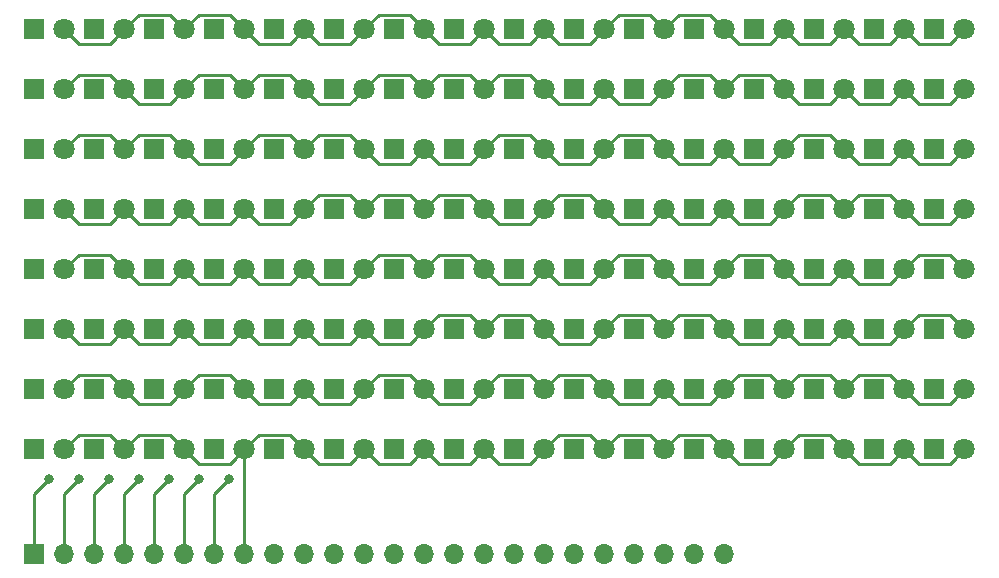
<source format=gbr>
G04 #@! TF.GenerationSoftware,KiCad,Pcbnew,5.0.2-bee76a0~70~ubuntu16.04.1*
G04 #@! TF.CreationDate,2019-11-21T15:25:57-08:00*
G04 #@! TF.ProjectId,led-panel,6c65642d-7061-46e6-956c-2e6b69636164,rev?*
G04 #@! TF.SameCoordinates,Original*
G04 #@! TF.FileFunction,Copper,L2,Bot*
G04 #@! TF.FilePolarity,Positive*
%FSLAX46Y46*%
G04 Gerber Fmt 4.6, Leading zero omitted, Abs format (unit mm)*
G04 Created by KiCad (PCBNEW 5.0.2-bee76a0~70~ubuntu16.04.1) date Thu 21 Nov 2019 03:25:57 PM PST*
%MOMM*%
%LPD*%
G01*
G04 APERTURE LIST*
G04 #@! TA.AperFunction,ComponentPad*
%ADD10R,1.800000X1.800000*%
G04 #@! TD*
G04 #@! TA.AperFunction,ComponentPad*
%ADD11C,1.800000*%
G04 #@! TD*
G04 #@! TA.AperFunction,ComponentPad*
%ADD12R,1.700000X1.700000*%
G04 #@! TD*
G04 #@! TA.AperFunction,ComponentPad*
%ADD13O,1.700000X1.700000*%
G04 #@! TD*
G04 #@! TA.AperFunction,ViaPad*
%ADD14C,0.800000*%
G04 #@! TD*
G04 #@! TA.AperFunction,Conductor*
%ADD15C,0.250000*%
G04 #@! TD*
G04 APERTURE END LIST*
D10*
G04 #@! TO.P,D39,1*
G04 #@! TO.N,Net-(D32-Pad1)*
X127000000Y-99060000D03*
D11*
G04 #@! TO.P,D39,2*
G04 #@! TO.N,Net-(D103-Pad2)*
X129540000Y-99060000D03*
G04 #@! TD*
G04 #@! TO.P,D0,2*
G04 #@! TO.N,Net-(D0-Pad2)*
X109220000Y-63500000D03*
D10*
G04 #@! TO.P,D0,1*
G04 #@! TO.N,Net-(D0-Pad1)*
X106680000Y-63500000D03*
G04 #@! TD*
G04 #@! TO.P,D1,1*
G04 #@! TO.N,Net-(D0-Pad1)*
X106680000Y-68580000D03*
D11*
G04 #@! TO.P,D1,2*
G04 #@! TO.N,Net-(D1-Pad2)*
X109220000Y-68580000D03*
G04 #@! TD*
D10*
G04 #@! TO.P,D2,1*
G04 #@! TO.N,Net-(D0-Pad1)*
X106680000Y-73660000D03*
D11*
G04 #@! TO.P,D2,2*
G04 #@! TO.N,Net-(D10-Pad2)*
X109220000Y-73660000D03*
G04 #@! TD*
D10*
G04 #@! TO.P,D3,1*
G04 #@! TO.N,Net-(D0-Pad1)*
X106680000Y-78740000D03*
D11*
G04 #@! TO.P,D3,2*
G04 #@! TO.N,Net-(D107-Pad2)*
X109220000Y-78740000D03*
G04 #@! TD*
G04 #@! TO.P,D4,2*
G04 #@! TO.N,Net-(D100-Pad2)*
X109220000Y-83820000D03*
D10*
G04 #@! TO.P,D4,1*
G04 #@! TO.N,Net-(D0-Pad1)*
X106680000Y-83820000D03*
G04 #@! TD*
G04 #@! TO.P,D5,1*
G04 #@! TO.N,Net-(D0-Pad1)*
X106680000Y-88900000D03*
D11*
G04 #@! TO.P,D5,2*
G04 #@! TO.N,Net-(D101-Pad2)*
X109220000Y-88900000D03*
G04 #@! TD*
D10*
G04 #@! TO.P,D6,1*
G04 #@! TO.N,Net-(D0-Pad1)*
X106680000Y-93980000D03*
D11*
G04 #@! TO.P,D6,2*
G04 #@! TO.N,Net-(D102-Pad2)*
X109220000Y-93980000D03*
G04 #@! TD*
D10*
G04 #@! TO.P,D7,1*
G04 #@! TO.N,Net-(D0-Pad1)*
X106680000Y-99060000D03*
D11*
G04 #@! TO.P,D7,2*
G04 #@! TO.N,Net-(D103-Pad2)*
X109220000Y-99060000D03*
G04 #@! TD*
D10*
G04 #@! TO.P,D8,1*
G04 #@! TO.N,Net-(D10-Pad1)*
X111760000Y-63500000D03*
D11*
G04 #@! TO.P,D8,2*
G04 #@! TO.N,Net-(D0-Pad2)*
X114300000Y-63500000D03*
G04 #@! TD*
G04 #@! TO.P,D9,2*
G04 #@! TO.N,Net-(D1-Pad2)*
X114300000Y-68580000D03*
D10*
G04 #@! TO.P,D9,1*
G04 #@! TO.N,Net-(D10-Pad1)*
X111760000Y-68580000D03*
G04 #@! TD*
D11*
G04 #@! TO.P,D10,2*
G04 #@! TO.N,Net-(D10-Pad2)*
X114300000Y-73660000D03*
D10*
G04 #@! TO.P,D10,1*
G04 #@! TO.N,Net-(D10-Pad1)*
X111760000Y-73660000D03*
G04 #@! TD*
D11*
G04 #@! TO.P,D11,2*
G04 #@! TO.N,Net-(D107-Pad2)*
X114300000Y-78740000D03*
D10*
G04 #@! TO.P,D11,1*
G04 #@! TO.N,Net-(D10-Pad1)*
X111760000Y-78740000D03*
G04 #@! TD*
G04 #@! TO.P,D12,1*
G04 #@! TO.N,Net-(D10-Pad1)*
X111760000Y-83820000D03*
D11*
G04 #@! TO.P,D12,2*
G04 #@! TO.N,Net-(D100-Pad2)*
X114300000Y-83820000D03*
G04 #@! TD*
G04 #@! TO.P,D13,2*
G04 #@! TO.N,Net-(D101-Pad2)*
X114300000Y-88900000D03*
D10*
G04 #@! TO.P,D13,1*
G04 #@! TO.N,Net-(D10-Pad1)*
X111760000Y-88900000D03*
G04 #@! TD*
D11*
G04 #@! TO.P,D14,2*
G04 #@! TO.N,Net-(D102-Pad2)*
X114300000Y-93980000D03*
D10*
G04 #@! TO.P,D14,1*
G04 #@! TO.N,Net-(D10-Pad1)*
X111760000Y-93980000D03*
G04 #@! TD*
D11*
G04 #@! TO.P,D15,2*
G04 #@! TO.N,Net-(D103-Pad2)*
X114300000Y-99060000D03*
D10*
G04 #@! TO.P,D15,1*
G04 #@! TO.N,Net-(D10-Pad1)*
X111760000Y-99060000D03*
G04 #@! TD*
G04 #@! TO.P,D16,1*
G04 #@! TO.N,Net-(D16-Pad1)*
X116840000Y-63500000D03*
D11*
G04 #@! TO.P,D16,2*
G04 #@! TO.N,Net-(D0-Pad2)*
X119380000Y-63500000D03*
G04 #@! TD*
D10*
G04 #@! TO.P,D17,1*
G04 #@! TO.N,Net-(D16-Pad1)*
X116840000Y-68580000D03*
D11*
G04 #@! TO.P,D17,2*
G04 #@! TO.N,Net-(D1-Pad2)*
X119380000Y-68580000D03*
G04 #@! TD*
D10*
G04 #@! TO.P,D18,1*
G04 #@! TO.N,Net-(D16-Pad1)*
X116840000Y-73660000D03*
D11*
G04 #@! TO.P,D18,2*
G04 #@! TO.N,Net-(D10-Pad2)*
X119380000Y-73660000D03*
G04 #@! TD*
D10*
G04 #@! TO.P,D19,1*
G04 #@! TO.N,Net-(D16-Pad1)*
X116840000Y-78740000D03*
D11*
G04 #@! TO.P,D19,2*
G04 #@! TO.N,Net-(D107-Pad2)*
X119380000Y-78740000D03*
G04 #@! TD*
D10*
G04 #@! TO.P,D20,1*
G04 #@! TO.N,Net-(D16-Pad1)*
X116840000Y-83820000D03*
D11*
G04 #@! TO.P,D20,2*
G04 #@! TO.N,Net-(D100-Pad2)*
X119380000Y-83820000D03*
G04 #@! TD*
D10*
G04 #@! TO.P,D21,1*
G04 #@! TO.N,Net-(D16-Pad1)*
X116840000Y-88900000D03*
D11*
G04 #@! TO.P,D21,2*
G04 #@! TO.N,Net-(D101-Pad2)*
X119380000Y-88900000D03*
G04 #@! TD*
D10*
G04 #@! TO.P,D22,1*
G04 #@! TO.N,Net-(D16-Pad1)*
X116840000Y-93980000D03*
D11*
G04 #@! TO.P,D22,2*
G04 #@! TO.N,Net-(D102-Pad2)*
X119380000Y-93980000D03*
G04 #@! TD*
D10*
G04 #@! TO.P,D23,1*
G04 #@! TO.N,Net-(D16-Pad1)*
X116840000Y-99060000D03*
D11*
G04 #@! TO.P,D23,2*
G04 #@! TO.N,Net-(D103-Pad2)*
X119380000Y-99060000D03*
G04 #@! TD*
G04 #@! TO.P,D24,2*
G04 #@! TO.N,Net-(D0-Pad2)*
X124460000Y-63500000D03*
D10*
G04 #@! TO.P,D24,1*
G04 #@! TO.N,Net-(D24-Pad1)*
X121920000Y-63500000D03*
G04 #@! TD*
D11*
G04 #@! TO.P,D25,2*
G04 #@! TO.N,Net-(D1-Pad2)*
X124460000Y-68580000D03*
D10*
G04 #@! TO.P,D25,1*
G04 #@! TO.N,Net-(D24-Pad1)*
X121920000Y-68580000D03*
G04 #@! TD*
D11*
G04 #@! TO.P,D26,2*
G04 #@! TO.N,Net-(D10-Pad2)*
X124460000Y-73660000D03*
D10*
G04 #@! TO.P,D26,1*
G04 #@! TO.N,Net-(D24-Pad1)*
X121920000Y-73660000D03*
G04 #@! TD*
D11*
G04 #@! TO.P,D27,2*
G04 #@! TO.N,Net-(D107-Pad2)*
X124460000Y-78740000D03*
D10*
G04 #@! TO.P,D27,1*
G04 #@! TO.N,Net-(D24-Pad1)*
X121920000Y-78740000D03*
G04 #@! TD*
D11*
G04 #@! TO.P,D28,2*
G04 #@! TO.N,Net-(D100-Pad2)*
X124460000Y-83820000D03*
D10*
G04 #@! TO.P,D28,1*
G04 #@! TO.N,Net-(D24-Pad1)*
X121920000Y-83820000D03*
G04 #@! TD*
D11*
G04 #@! TO.P,D29,2*
G04 #@! TO.N,Net-(D101-Pad2)*
X124460000Y-88900000D03*
D10*
G04 #@! TO.P,D29,1*
G04 #@! TO.N,Net-(D24-Pad1)*
X121920000Y-88900000D03*
G04 #@! TD*
D11*
G04 #@! TO.P,D30,2*
G04 #@! TO.N,Net-(D102-Pad2)*
X124460000Y-93980000D03*
D10*
G04 #@! TO.P,D30,1*
G04 #@! TO.N,Net-(D24-Pad1)*
X121920000Y-93980000D03*
G04 #@! TD*
G04 #@! TO.P,D31,1*
G04 #@! TO.N,Net-(D24-Pad1)*
X121920000Y-99060000D03*
D11*
G04 #@! TO.P,D31,2*
G04 #@! TO.N,Net-(D103-Pad2)*
X124460000Y-99060000D03*
G04 #@! TD*
D10*
G04 #@! TO.P,D32,1*
G04 #@! TO.N,Net-(D32-Pad1)*
X127000000Y-63500000D03*
D11*
G04 #@! TO.P,D32,2*
G04 #@! TO.N,Net-(D0-Pad2)*
X129540000Y-63500000D03*
G04 #@! TD*
D10*
G04 #@! TO.P,D33,1*
G04 #@! TO.N,Net-(D32-Pad1)*
X127000000Y-68580000D03*
D11*
G04 #@! TO.P,D33,2*
G04 #@! TO.N,Net-(D1-Pad2)*
X129540000Y-68580000D03*
G04 #@! TD*
D10*
G04 #@! TO.P,D34,1*
G04 #@! TO.N,Net-(D32-Pad1)*
X127000000Y-73660000D03*
D11*
G04 #@! TO.P,D34,2*
G04 #@! TO.N,Net-(D10-Pad2)*
X129540000Y-73660000D03*
G04 #@! TD*
D10*
G04 #@! TO.P,D35,1*
G04 #@! TO.N,Net-(D32-Pad1)*
X127000000Y-78740000D03*
D11*
G04 #@! TO.P,D35,2*
G04 #@! TO.N,Net-(D107-Pad2)*
X129540000Y-78740000D03*
G04 #@! TD*
G04 #@! TO.P,D36,2*
G04 #@! TO.N,Net-(D100-Pad2)*
X129540000Y-83820000D03*
D10*
G04 #@! TO.P,D36,1*
G04 #@! TO.N,Net-(D32-Pad1)*
X127000000Y-83820000D03*
G04 #@! TD*
G04 #@! TO.P,D37,1*
G04 #@! TO.N,Net-(D32-Pad1)*
X127000000Y-88900000D03*
D11*
G04 #@! TO.P,D37,2*
G04 #@! TO.N,Net-(D101-Pad2)*
X129540000Y-88900000D03*
G04 #@! TD*
D10*
G04 #@! TO.P,D38,1*
G04 #@! TO.N,Net-(D32-Pad1)*
X127000000Y-93980000D03*
D11*
G04 #@! TO.P,D38,2*
G04 #@! TO.N,Net-(D102-Pad2)*
X129540000Y-93980000D03*
G04 #@! TD*
G04 #@! TO.P,D40,2*
G04 #@! TO.N,Net-(D0-Pad2)*
X134620000Y-63500000D03*
D10*
G04 #@! TO.P,D40,1*
G04 #@! TO.N,Net-(D40-Pad1)*
X132080000Y-63500000D03*
G04 #@! TD*
D11*
G04 #@! TO.P,D41,2*
G04 #@! TO.N,Net-(D1-Pad2)*
X134620000Y-68580000D03*
D10*
G04 #@! TO.P,D41,1*
G04 #@! TO.N,Net-(D40-Pad1)*
X132080000Y-68580000D03*
G04 #@! TD*
D11*
G04 #@! TO.P,D42,2*
G04 #@! TO.N,Net-(D10-Pad2)*
X134620000Y-73660000D03*
D10*
G04 #@! TO.P,D42,1*
G04 #@! TO.N,Net-(D40-Pad1)*
X132080000Y-73660000D03*
G04 #@! TD*
D11*
G04 #@! TO.P,D43,2*
G04 #@! TO.N,Net-(D107-Pad2)*
X134620000Y-78740000D03*
D10*
G04 #@! TO.P,D43,1*
G04 #@! TO.N,Net-(D40-Pad1)*
X132080000Y-78740000D03*
G04 #@! TD*
D11*
G04 #@! TO.P,D44,2*
G04 #@! TO.N,Net-(D100-Pad2)*
X134620000Y-83820000D03*
D10*
G04 #@! TO.P,D44,1*
G04 #@! TO.N,Net-(D40-Pad1)*
X132080000Y-83820000D03*
G04 #@! TD*
D11*
G04 #@! TO.P,D45,2*
G04 #@! TO.N,Net-(D101-Pad2)*
X134620000Y-88900000D03*
D10*
G04 #@! TO.P,D45,1*
G04 #@! TO.N,Net-(D40-Pad1)*
X132080000Y-88900000D03*
G04 #@! TD*
D11*
G04 #@! TO.P,D46,2*
G04 #@! TO.N,Net-(D102-Pad2)*
X134620000Y-93980000D03*
D10*
G04 #@! TO.P,D46,1*
G04 #@! TO.N,Net-(D40-Pad1)*
X132080000Y-93980000D03*
G04 #@! TD*
D11*
G04 #@! TO.P,D47,2*
G04 #@! TO.N,Net-(D103-Pad2)*
X134620000Y-99060000D03*
D10*
G04 #@! TO.P,D47,1*
G04 #@! TO.N,Net-(D40-Pad1)*
X132080000Y-99060000D03*
G04 #@! TD*
G04 #@! TO.P,D48,1*
G04 #@! TO.N,Net-(D48-Pad1)*
X137160000Y-63500000D03*
D11*
G04 #@! TO.P,D48,2*
G04 #@! TO.N,Net-(D0-Pad2)*
X139700000Y-63500000D03*
G04 #@! TD*
D10*
G04 #@! TO.P,D49,1*
G04 #@! TO.N,Net-(D48-Pad1)*
X137160000Y-68580000D03*
D11*
G04 #@! TO.P,D49,2*
G04 #@! TO.N,Net-(D1-Pad2)*
X139700000Y-68580000D03*
G04 #@! TD*
D10*
G04 #@! TO.P,D50,1*
G04 #@! TO.N,Net-(D48-Pad1)*
X137160000Y-73660000D03*
D11*
G04 #@! TO.P,D50,2*
G04 #@! TO.N,Net-(D10-Pad2)*
X139700000Y-73660000D03*
G04 #@! TD*
D10*
G04 #@! TO.P,D51,1*
G04 #@! TO.N,Net-(D48-Pad1)*
X137160000Y-78740000D03*
D11*
G04 #@! TO.P,D51,2*
G04 #@! TO.N,Net-(D107-Pad2)*
X139700000Y-78740000D03*
G04 #@! TD*
D10*
G04 #@! TO.P,D52,1*
G04 #@! TO.N,Net-(D48-Pad1)*
X137160000Y-83820000D03*
D11*
G04 #@! TO.P,D52,2*
G04 #@! TO.N,Net-(D100-Pad2)*
X139700000Y-83820000D03*
G04 #@! TD*
D10*
G04 #@! TO.P,D53,1*
G04 #@! TO.N,Net-(D48-Pad1)*
X137160000Y-88900000D03*
D11*
G04 #@! TO.P,D53,2*
G04 #@! TO.N,Net-(D101-Pad2)*
X139700000Y-88900000D03*
G04 #@! TD*
D10*
G04 #@! TO.P,D54,1*
G04 #@! TO.N,Net-(D48-Pad1)*
X137160000Y-93980000D03*
D11*
G04 #@! TO.P,D54,2*
G04 #@! TO.N,Net-(D102-Pad2)*
X139700000Y-93980000D03*
G04 #@! TD*
D10*
G04 #@! TO.P,D55,1*
G04 #@! TO.N,Net-(D48-Pad1)*
X137160000Y-99060000D03*
D11*
G04 #@! TO.P,D55,2*
G04 #@! TO.N,Net-(D103-Pad2)*
X139700000Y-99060000D03*
G04 #@! TD*
G04 #@! TO.P,D56,2*
G04 #@! TO.N,Net-(D0-Pad2)*
X144780000Y-63500000D03*
D10*
G04 #@! TO.P,D56,1*
G04 #@! TO.N,Net-(D56-Pad1)*
X142240000Y-63500000D03*
G04 #@! TD*
D11*
G04 #@! TO.P,D57,2*
G04 #@! TO.N,Net-(D1-Pad2)*
X144780000Y-68580000D03*
D10*
G04 #@! TO.P,D57,1*
G04 #@! TO.N,Net-(D56-Pad1)*
X142240000Y-68580000D03*
G04 #@! TD*
D11*
G04 #@! TO.P,D58,2*
G04 #@! TO.N,Net-(D10-Pad2)*
X144780000Y-73660000D03*
D10*
G04 #@! TO.P,D58,1*
G04 #@! TO.N,Net-(D56-Pad1)*
X142240000Y-73660000D03*
G04 #@! TD*
D11*
G04 #@! TO.P,D59,2*
G04 #@! TO.N,Net-(D107-Pad2)*
X144780000Y-78740000D03*
D10*
G04 #@! TO.P,D59,1*
G04 #@! TO.N,Net-(D56-Pad1)*
X142240000Y-78740000D03*
G04 #@! TD*
D11*
G04 #@! TO.P,D60,2*
G04 #@! TO.N,Net-(D100-Pad2)*
X144780000Y-83820000D03*
D10*
G04 #@! TO.P,D60,1*
G04 #@! TO.N,Net-(D56-Pad1)*
X142240000Y-83820000D03*
G04 #@! TD*
D11*
G04 #@! TO.P,D61,2*
G04 #@! TO.N,Net-(D101-Pad2)*
X144780000Y-88900000D03*
D10*
G04 #@! TO.P,D61,1*
G04 #@! TO.N,Net-(D56-Pad1)*
X142240000Y-88900000D03*
G04 #@! TD*
D11*
G04 #@! TO.P,D62,2*
G04 #@! TO.N,Net-(D102-Pad2)*
X144780000Y-93980000D03*
D10*
G04 #@! TO.P,D62,1*
G04 #@! TO.N,Net-(D56-Pad1)*
X142240000Y-93980000D03*
G04 #@! TD*
G04 #@! TO.P,D63,1*
G04 #@! TO.N,Net-(D56-Pad1)*
X142240000Y-99060000D03*
D11*
G04 #@! TO.P,D63,2*
G04 #@! TO.N,Net-(D103-Pad2)*
X144780000Y-99060000D03*
G04 #@! TD*
G04 #@! TO.P,D64,2*
G04 #@! TO.N,Net-(D0-Pad2)*
X149860000Y-63500000D03*
D10*
G04 #@! TO.P,D64,1*
G04 #@! TO.N,Net-(D64-Pad1)*
X147320000Y-63500000D03*
G04 #@! TD*
G04 #@! TO.P,D65,1*
G04 #@! TO.N,Net-(D64-Pad1)*
X147320000Y-68580000D03*
D11*
G04 #@! TO.P,D65,2*
G04 #@! TO.N,Net-(D1-Pad2)*
X149860000Y-68580000D03*
G04 #@! TD*
D10*
G04 #@! TO.P,D66,1*
G04 #@! TO.N,Net-(D64-Pad1)*
X147320000Y-73660000D03*
D11*
G04 #@! TO.P,D66,2*
G04 #@! TO.N,Net-(D10-Pad2)*
X149860000Y-73660000D03*
G04 #@! TD*
D10*
G04 #@! TO.P,D67,1*
G04 #@! TO.N,Net-(D64-Pad1)*
X147320000Y-78740000D03*
D11*
G04 #@! TO.P,D67,2*
G04 #@! TO.N,Net-(D107-Pad2)*
X149860000Y-78740000D03*
G04 #@! TD*
D10*
G04 #@! TO.P,D68,1*
G04 #@! TO.N,Net-(D64-Pad1)*
X147320000Y-83820000D03*
D11*
G04 #@! TO.P,D68,2*
G04 #@! TO.N,Net-(D100-Pad2)*
X149860000Y-83820000D03*
G04 #@! TD*
D10*
G04 #@! TO.P,D69,1*
G04 #@! TO.N,Net-(D64-Pad1)*
X147320000Y-88900000D03*
D11*
G04 #@! TO.P,D69,2*
G04 #@! TO.N,Net-(D101-Pad2)*
X149860000Y-88900000D03*
G04 #@! TD*
D10*
G04 #@! TO.P,D70,1*
G04 #@! TO.N,Net-(D64-Pad1)*
X147320000Y-93980000D03*
D11*
G04 #@! TO.P,D70,2*
G04 #@! TO.N,Net-(D102-Pad2)*
X149860000Y-93980000D03*
G04 #@! TD*
D10*
G04 #@! TO.P,D71,1*
G04 #@! TO.N,Net-(D64-Pad1)*
X147320000Y-99060000D03*
D11*
G04 #@! TO.P,D71,2*
G04 #@! TO.N,Net-(D103-Pad2)*
X149860000Y-99060000D03*
G04 #@! TD*
G04 #@! TO.P,D72,2*
G04 #@! TO.N,Net-(D0-Pad2)*
X154940000Y-63500000D03*
D10*
G04 #@! TO.P,D72,1*
G04 #@! TO.N,Net-(D72-Pad1)*
X152400000Y-63500000D03*
G04 #@! TD*
D11*
G04 #@! TO.P,D73,2*
G04 #@! TO.N,Net-(D1-Pad2)*
X154940000Y-68580000D03*
D10*
G04 #@! TO.P,D73,1*
G04 #@! TO.N,Net-(D72-Pad1)*
X152400000Y-68580000D03*
G04 #@! TD*
D11*
G04 #@! TO.P,D74,2*
G04 #@! TO.N,Net-(D10-Pad2)*
X154940000Y-73660000D03*
D10*
G04 #@! TO.P,D74,1*
G04 #@! TO.N,Net-(D72-Pad1)*
X152400000Y-73660000D03*
G04 #@! TD*
D11*
G04 #@! TO.P,D75,2*
G04 #@! TO.N,Net-(D107-Pad2)*
X154940000Y-78740000D03*
D10*
G04 #@! TO.P,D75,1*
G04 #@! TO.N,Net-(D72-Pad1)*
X152400000Y-78740000D03*
G04 #@! TD*
D11*
G04 #@! TO.P,D76,2*
G04 #@! TO.N,Net-(D100-Pad2)*
X154940000Y-83820000D03*
D10*
G04 #@! TO.P,D76,1*
G04 #@! TO.N,Net-(D72-Pad1)*
X152400000Y-83820000D03*
G04 #@! TD*
D11*
G04 #@! TO.P,D77,2*
G04 #@! TO.N,Net-(D101-Pad2)*
X154940000Y-88900000D03*
D10*
G04 #@! TO.P,D77,1*
G04 #@! TO.N,Net-(D72-Pad1)*
X152400000Y-88900000D03*
G04 #@! TD*
D11*
G04 #@! TO.P,D78,2*
G04 #@! TO.N,Net-(D102-Pad2)*
X154940000Y-93980000D03*
D10*
G04 #@! TO.P,D78,1*
G04 #@! TO.N,Net-(D72-Pad1)*
X152400000Y-93980000D03*
G04 #@! TD*
D11*
G04 #@! TO.P,D79,2*
G04 #@! TO.N,Net-(D103-Pad2)*
X154940000Y-99060000D03*
D10*
G04 #@! TO.P,D79,1*
G04 #@! TO.N,Net-(D72-Pad1)*
X152400000Y-99060000D03*
G04 #@! TD*
G04 #@! TO.P,D80,1*
G04 #@! TO.N,Net-(D80-Pad1)*
X157480000Y-63500000D03*
D11*
G04 #@! TO.P,D80,2*
G04 #@! TO.N,Net-(D0-Pad2)*
X160020000Y-63500000D03*
G04 #@! TD*
D10*
G04 #@! TO.P,D81,1*
G04 #@! TO.N,Net-(D80-Pad1)*
X157480000Y-68580000D03*
D11*
G04 #@! TO.P,D81,2*
G04 #@! TO.N,Net-(D1-Pad2)*
X160020000Y-68580000D03*
G04 #@! TD*
D10*
G04 #@! TO.P,D82,1*
G04 #@! TO.N,Net-(D80-Pad1)*
X157480000Y-73660000D03*
D11*
G04 #@! TO.P,D82,2*
G04 #@! TO.N,Net-(D10-Pad2)*
X160020000Y-73660000D03*
G04 #@! TD*
D10*
G04 #@! TO.P,D83,1*
G04 #@! TO.N,Net-(D80-Pad1)*
X157480000Y-78740000D03*
D11*
G04 #@! TO.P,D83,2*
G04 #@! TO.N,Net-(D107-Pad2)*
X160020000Y-78740000D03*
G04 #@! TD*
D10*
G04 #@! TO.P,D84,1*
G04 #@! TO.N,Net-(D80-Pad1)*
X157480000Y-83820000D03*
D11*
G04 #@! TO.P,D84,2*
G04 #@! TO.N,Net-(D100-Pad2)*
X160020000Y-83820000D03*
G04 #@! TD*
D10*
G04 #@! TO.P,D85,1*
G04 #@! TO.N,Net-(D80-Pad1)*
X157480000Y-88900000D03*
D11*
G04 #@! TO.P,D85,2*
G04 #@! TO.N,Net-(D101-Pad2)*
X160020000Y-88900000D03*
G04 #@! TD*
D10*
G04 #@! TO.P,D86,1*
G04 #@! TO.N,Net-(D80-Pad1)*
X157480000Y-93980000D03*
D11*
G04 #@! TO.P,D86,2*
G04 #@! TO.N,Net-(D102-Pad2)*
X160020000Y-93980000D03*
G04 #@! TD*
D10*
G04 #@! TO.P,D87,1*
G04 #@! TO.N,Net-(D80-Pad1)*
X157480000Y-99060000D03*
D11*
G04 #@! TO.P,D87,2*
G04 #@! TO.N,Net-(D103-Pad2)*
X160020000Y-99060000D03*
G04 #@! TD*
G04 #@! TO.P,D88,2*
G04 #@! TO.N,Net-(D0-Pad2)*
X165100000Y-63500000D03*
D10*
G04 #@! TO.P,D88,1*
G04 #@! TO.N,Net-(D88-Pad1)*
X162560000Y-63500000D03*
G04 #@! TD*
D11*
G04 #@! TO.P,D89,2*
G04 #@! TO.N,Net-(D1-Pad2)*
X165100000Y-68580000D03*
D10*
G04 #@! TO.P,D89,1*
G04 #@! TO.N,Net-(D88-Pad1)*
X162560000Y-68580000D03*
G04 #@! TD*
D11*
G04 #@! TO.P,D90,2*
G04 #@! TO.N,Net-(D10-Pad2)*
X165100000Y-73660000D03*
D10*
G04 #@! TO.P,D90,1*
G04 #@! TO.N,Net-(D88-Pad1)*
X162560000Y-73660000D03*
G04 #@! TD*
D11*
G04 #@! TO.P,D91,2*
G04 #@! TO.N,Net-(D107-Pad2)*
X165100000Y-78740000D03*
D10*
G04 #@! TO.P,D91,1*
G04 #@! TO.N,Net-(D88-Pad1)*
X162560000Y-78740000D03*
G04 #@! TD*
D11*
G04 #@! TO.P,D92,2*
G04 #@! TO.N,Net-(D100-Pad2)*
X165100000Y-83820000D03*
D10*
G04 #@! TO.P,D92,1*
G04 #@! TO.N,Net-(D88-Pad1)*
X162560000Y-83820000D03*
G04 #@! TD*
D11*
G04 #@! TO.P,D93,2*
G04 #@! TO.N,Net-(D101-Pad2)*
X165100000Y-88900000D03*
D10*
G04 #@! TO.P,D93,1*
G04 #@! TO.N,Net-(D88-Pad1)*
X162560000Y-88900000D03*
G04 #@! TD*
D11*
G04 #@! TO.P,D94,2*
G04 #@! TO.N,Net-(D102-Pad2)*
X165100000Y-93980000D03*
D10*
G04 #@! TO.P,D94,1*
G04 #@! TO.N,Net-(D88-Pad1)*
X162560000Y-93980000D03*
G04 #@! TD*
D11*
G04 #@! TO.P,D95,2*
G04 #@! TO.N,Net-(D103-Pad2)*
X165100000Y-99060000D03*
D10*
G04 #@! TO.P,D95,1*
G04 #@! TO.N,Net-(D88-Pad1)*
X162560000Y-99060000D03*
G04 #@! TD*
G04 #@! TO.P,D96,1*
G04 #@! TO.N,Net-(D100-Pad1)*
X167640000Y-63500000D03*
D11*
G04 #@! TO.P,D96,2*
G04 #@! TO.N,Net-(D0-Pad2)*
X170180000Y-63500000D03*
G04 #@! TD*
D10*
G04 #@! TO.P,D97,1*
G04 #@! TO.N,Net-(D100-Pad1)*
X167640000Y-68580000D03*
D11*
G04 #@! TO.P,D97,2*
G04 #@! TO.N,Net-(D1-Pad2)*
X170180000Y-68580000D03*
G04 #@! TD*
D10*
G04 #@! TO.P,D98,1*
G04 #@! TO.N,Net-(D100-Pad1)*
X167640000Y-73660000D03*
D11*
G04 #@! TO.P,D98,2*
G04 #@! TO.N,Net-(D10-Pad2)*
X170180000Y-73660000D03*
G04 #@! TD*
D10*
G04 #@! TO.P,D99,1*
G04 #@! TO.N,Net-(D100-Pad1)*
X167640000Y-78740000D03*
D11*
G04 #@! TO.P,D99,2*
G04 #@! TO.N,Net-(D107-Pad2)*
X170180000Y-78740000D03*
G04 #@! TD*
D10*
G04 #@! TO.P,D100,1*
G04 #@! TO.N,Net-(D100-Pad1)*
X167640000Y-83820000D03*
D11*
G04 #@! TO.P,D100,2*
G04 #@! TO.N,Net-(D100-Pad2)*
X170180000Y-83820000D03*
G04 #@! TD*
D10*
G04 #@! TO.P,D101,1*
G04 #@! TO.N,Net-(D100-Pad1)*
X167640000Y-88900000D03*
D11*
G04 #@! TO.P,D101,2*
G04 #@! TO.N,Net-(D101-Pad2)*
X170180000Y-88900000D03*
G04 #@! TD*
D10*
G04 #@! TO.P,D102,1*
G04 #@! TO.N,Net-(D100-Pad1)*
X167640000Y-93980000D03*
D11*
G04 #@! TO.P,D102,2*
G04 #@! TO.N,Net-(D102-Pad2)*
X170180000Y-93980000D03*
G04 #@! TD*
D10*
G04 #@! TO.P,D103,1*
G04 #@! TO.N,Net-(D100-Pad1)*
X167640000Y-99060000D03*
D11*
G04 #@! TO.P,D103,2*
G04 #@! TO.N,Net-(D103-Pad2)*
X170180000Y-99060000D03*
G04 #@! TD*
G04 #@! TO.P,D104,2*
G04 #@! TO.N,Net-(D0-Pad2)*
X175260000Y-63500000D03*
D10*
G04 #@! TO.P,D104,1*
G04 #@! TO.N,Net-(D104-Pad1)*
X172720000Y-63500000D03*
G04 #@! TD*
D11*
G04 #@! TO.P,D105,2*
G04 #@! TO.N,Net-(D1-Pad2)*
X175260000Y-68580000D03*
D10*
G04 #@! TO.P,D105,1*
G04 #@! TO.N,Net-(D104-Pad1)*
X172720000Y-68580000D03*
G04 #@! TD*
D11*
G04 #@! TO.P,D106,2*
G04 #@! TO.N,Net-(D10-Pad2)*
X175260000Y-73660000D03*
D10*
G04 #@! TO.P,D106,1*
G04 #@! TO.N,Net-(D104-Pad1)*
X172720000Y-73660000D03*
G04 #@! TD*
D11*
G04 #@! TO.P,D107,2*
G04 #@! TO.N,Net-(D107-Pad2)*
X175260000Y-78740000D03*
D10*
G04 #@! TO.P,D107,1*
G04 #@! TO.N,Net-(D104-Pad1)*
X172720000Y-78740000D03*
G04 #@! TD*
D11*
G04 #@! TO.P,D108,2*
G04 #@! TO.N,Net-(D100-Pad2)*
X175260000Y-83820000D03*
D10*
G04 #@! TO.P,D108,1*
G04 #@! TO.N,Net-(D104-Pad1)*
X172720000Y-83820000D03*
G04 #@! TD*
D11*
G04 #@! TO.P,D109,2*
G04 #@! TO.N,Net-(D101-Pad2)*
X175260000Y-88900000D03*
D10*
G04 #@! TO.P,D109,1*
G04 #@! TO.N,Net-(D104-Pad1)*
X172720000Y-88900000D03*
G04 #@! TD*
D11*
G04 #@! TO.P,D110,2*
G04 #@! TO.N,Net-(D102-Pad2)*
X175260000Y-93980000D03*
D10*
G04 #@! TO.P,D110,1*
G04 #@! TO.N,Net-(D104-Pad1)*
X172720000Y-93980000D03*
G04 #@! TD*
D11*
G04 #@! TO.P,D111,2*
G04 #@! TO.N,Net-(D103-Pad2)*
X175260000Y-99060000D03*
D10*
G04 #@! TO.P,D111,1*
G04 #@! TO.N,Net-(D104-Pad1)*
X172720000Y-99060000D03*
G04 #@! TD*
G04 #@! TO.P,D112,1*
G04 #@! TO.N,Net-(D112-Pad1)*
X177800000Y-63500000D03*
D11*
G04 #@! TO.P,D112,2*
G04 #@! TO.N,Net-(D0-Pad2)*
X180340000Y-63500000D03*
G04 #@! TD*
D10*
G04 #@! TO.P,D113,1*
G04 #@! TO.N,Net-(D112-Pad1)*
X177800000Y-68580000D03*
D11*
G04 #@! TO.P,D113,2*
G04 #@! TO.N,Net-(D1-Pad2)*
X180340000Y-68580000D03*
G04 #@! TD*
D10*
G04 #@! TO.P,D114,1*
G04 #@! TO.N,Net-(D112-Pad1)*
X177800000Y-73660000D03*
D11*
G04 #@! TO.P,D114,2*
G04 #@! TO.N,Net-(D10-Pad2)*
X180340000Y-73660000D03*
G04 #@! TD*
D10*
G04 #@! TO.P,D115,1*
G04 #@! TO.N,Net-(D112-Pad1)*
X177800000Y-78740000D03*
D11*
G04 #@! TO.P,D115,2*
G04 #@! TO.N,Net-(D107-Pad2)*
X180340000Y-78740000D03*
G04 #@! TD*
D10*
G04 #@! TO.P,D116,1*
G04 #@! TO.N,Net-(D112-Pad1)*
X177800000Y-83820000D03*
D11*
G04 #@! TO.P,D116,2*
G04 #@! TO.N,Net-(D100-Pad2)*
X180340000Y-83820000D03*
G04 #@! TD*
D10*
G04 #@! TO.P,D117,1*
G04 #@! TO.N,Net-(D112-Pad1)*
X177800000Y-88900000D03*
D11*
G04 #@! TO.P,D117,2*
G04 #@! TO.N,Net-(D101-Pad2)*
X180340000Y-88900000D03*
G04 #@! TD*
D10*
G04 #@! TO.P,D118,1*
G04 #@! TO.N,Net-(D112-Pad1)*
X177800000Y-93980000D03*
D11*
G04 #@! TO.P,D118,2*
G04 #@! TO.N,Net-(D102-Pad2)*
X180340000Y-93980000D03*
G04 #@! TD*
D10*
G04 #@! TO.P,D119,1*
G04 #@! TO.N,Net-(D112-Pad1)*
X177800000Y-99060000D03*
D11*
G04 #@! TO.P,D119,2*
G04 #@! TO.N,Net-(D103-Pad2)*
X180340000Y-99060000D03*
G04 #@! TD*
G04 #@! TO.P,D120,2*
G04 #@! TO.N,Net-(D0-Pad2)*
X185420000Y-63500000D03*
D10*
G04 #@! TO.P,D120,1*
G04 #@! TO.N,Net-(D120-Pad1)*
X182880000Y-63500000D03*
G04 #@! TD*
D11*
G04 #@! TO.P,D121,2*
G04 #@! TO.N,Net-(D1-Pad2)*
X185420000Y-68580000D03*
D10*
G04 #@! TO.P,D121,1*
G04 #@! TO.N,Net-(D120-Pad1)*
X182880000Y-68580000D03*
G04 #@! TD*
D11*
G04 #@! TO.P,D122,2*
G04 #@! TO.N,Net-(D10-Pad2)*
X185420000Y-73660000D03*
D10*
G04 #@! TO.P,D122,1*
G04 #@! TO.N,Net-(D120-Pad1)*
X182880000Y-73660000D03*
G04 #@! TD*
D11*
G04 #@! TO.P,D123,2*
G04 #@! TO.N,Net-(D107-Pad2)*
X185420000Y-78740000D03*
D10*
G04 #@! TO.P,D123,1*
G04 #@! TO.N,Net-(D120-Pad1)*
X182880000Y-78740000D03*
G04 #@! TD*
D11*
G04 #@! TO.P,D124,2*
G04 #@! TO.N,Net-(D100-Pad2)*
X185420000Y-83820000D03*
D10*
G04 #@! TO.P,D124,1*
G04 #@! TO.N,Net-(D120-Pad1)*
X182880000Y-83820000D03*
G04 #@! TD*
D11*
G04 #@! TO.P,D125,2*
G04 #@! TO.N,Net-(D101-Pad2)*
X185420000Y-88900000D03*
D10*
G04 #@! TO.P,D125,1*
G04 #@! TO.N,Net-(D120-Pad1)*
X182880000Y-88900000D03*
G04 #@! TD*
D11*
G04 #@! TO.P,D126,2*
G04 #@! TO.N,Net-(D102-Pad2)*
X185420000Y-93980000D03*
D10*
G04 #@! TO.P,D126,1*
G04 #@! TO.N,Net-(D120-Pad1)*
X182880000Y-93980000D03*
G04 #@! TD*
D11*
G04 #@! TO.P,D127,2*
G04 #@! TO.N,Net-(D103-Pad2)*
X185420000Y-99060000D03*
D10*
G04 #@! TO.P,D127,1*
G04 #@! TO.N,Net-(D120-Pad1)*
X182880000Y-99060000D03*
G04 #@! TD*
D12*
G04 #@! TO.P,J1,1*
G04 #@! TO.N,Net-(D0-Pad2)*
X106680000Y-107950000D03*
D13*
G04 #@! TO.P,J1,2*
G04 #@! TO.N,Net-(D1-Pad2)*
X109220000Y-107950000D03*
G04 #@! TO.P,J1,3*
G04 #@! TO.N,Net-(D10-Pad2)*
X111760000Y-107950000D03*
G04 #@! TO.P,J1,4*
G04 #@! TO.N,Net-(D107-Pad2)*
X114300000Y-107950000D03*
G04 #@! TO.P,J1,5*
G04 #@! TO.N,Net-(D100-Pad2)*
X116840000Y-107950000D03*
G04 #@! TO.P,J1,6*
G04 #@! TO.N,Net-(D101-Pad2)*
X119380000Y-107950000D03*
G04 #@! TO.P,J1,7*
G04 #@! TO.N,Net-(D102-Pad2)*
X121920000Y-107950000D03*
G04 #@! TO.P,J1,8*
G04 #@! TO.N,Net-(D103-Pad2)*
X124460000Y-107950000D03*
G04 #@! TO.P,J1,9*
G04 #@! TO.N,Net-(D0-Pad1)*
X127000000Y-107950000D03*
G04 #@! TO.P,J1,10*
G04 #@! TO.N,Net-(D10-Pad1)*
X129540000Y-107950000D03*
G04 #@! TO.P,J1,11*
G04 #@! TO.N,Net-(D16-Pad1)*
X132080000Y-107950000D03*
G04 #@! TO.P,J1,12*
G04 #@! TO.N,Net-(D24-Pad1)*
X134620000Y-107950000D03*
G04 #@! TO.P,J1,13*
G04 #@! TO.N,Net-(D32-Pad1)*
X137160000Y-107950000D03*
G04 #@! TO.P,J1,14*
G04 #@! TO.N,Net-(D40-Pad1)*
X139700000Y-107950000D03*
G04 #@! TO.P,J1,15*
G04 #@! TO.N,Net-(D48-Pad1)*
X142240000Y-107950000D03*
G04 #@! TO.P,J1,16*
G04 #@! TO.N,Net-(D56-Pad1)*
X144780000Y-107950000D03*
G04 #@! TO.P,J1,17*
G04 #@! TO.N,Net-(D64-Pad1)*
X147320000Y-107950000D03*
G04 #@! TO.P,J1,18*
G04 #@! TO.N,Net-(D72-Pad1)*
X149860000Y-107950000D03*
G04 #@! TO.P,J1,19*
G04 #@! TO.N,Net-(D80-Pad1)*
X152400000Y-107950000D03*
G04 #@! TO.P,J1,20*
G04 #@! TO.N,Net-(D88-Pad1)*
X154940000Y-107950000D03*
G04 #@! TO.P,J1,21*
G04 #@! TO.N,Net-(D100-Pad1)*
X157480000Y-107950000D03*
G04 #@! TO.P,J1,22*
G04 #@! TO.N,Net-(D104-Pad1)*
X160020000Y-107950000D03*
G04 #@! TO.P,J1,23*
G04 #@! TO.N,Net-(D112-Pad1)*
X162560000Y-107950000D03*
G04 #@! TO.P,J1,24*
G04 #@! TO.N,Net-(D120-Pad1)*
X165100000Y-107950000D03*
G04 #@! TD*
D14*
G04 #@! TO.N,Net-(D0-Pad2)*
X107950000Y-101600000D03*
G04 #@! TO.N,Net-(D1-Pad2)*
X110490000Y-101600000D03*
G04 #@! TO.N,Net-(D10-Pad2)*
X113030000Y-101600000D03*
G04 #@! TO.N,Net-(D107-Pad2)*
X115570000Y-101600000D03*
G04 #@! TO.N,Net-(D100-Pad2)*
X118110000Y-101600000D03*
G04 #@! TO.N,Net-(D101-Pad2)*
X120650000Y-101600000D03*
G04 #@! TO.N,Net-(D102-Pad2)*
X123190000Y-101600000D03*
G04 #@! TD*
D15*
G04 #@! TO.N,Net-(D0-Pad2)*
X106680000Y-102870000D02*
X106680000Y-107950000D01*
X107950000Y-101600000D02*
X106680000Y-102870000D01*
X118154999Y-62274999D02*
X118480001Y-62600001D01*
X118480001Y-62600001D02*
X119380000Y-63500000D01*
X115525001Y-62274999D02*
X118154999Y-62274999D01*
X114300000Y-63500000D02*
X115525001Y-62274999D01*
X123560001Y-62600001D02*
X124460000Y-63500000D01*
X123234999Y-62274999D02*
X123560001Y-62600001D01*
X120605001Y-62274999D02*
X123234999Y-62274999D01*
X119380000Y-63500000D02*
X120605001Y-62274999D01*
X138800001Y-62600001D02*
X139700000Y-63500000D01*
X138474999Y-62274999D02*
X138800001Y-62600001D01*
X135845001Y-62274999D02*
X138474999Y-62274999D01*
X134620000Y-63500000D02*
X135845001Y-62274999D01*
X113400001Y-64399999D02*
X114300000Y-63500000D01*
X113074999Y-64725001D02*
X113400001Y-64399999D01*
X110445001Y-64725001D02*
X113074999Y-64725001D01*
X109220000Y-63500000D02*
X110445001Y-64725001D01*
X128640001Y-64399999D02*
X129540000Y-63500000D01*
X128314999Y-64725001D02*
X128640001Y-64399999D01*
X125685001Y-64725001D02*
X128314999Y-64725001D01*
X124460000Y-63500000D02*
X125685001Y-64725001D01*
X133720001Y-64399999D02*
X134620000Y-63500000D01*
X133394999Y-64725001D02*
X133720001Y-64399999D01*
X130765001Y-64725001D02*
X133394999Y-64725001D01*
X129540000Y-63500000D02*
X130765001Y-64725001D01*
X143880001Y-64399999D02*
X144780000Y-63500000D01*
X143554999Y-64725001D02*
X143880001Y-64399999D01*
X140925001Y-64725001D02*
X143554999Y-64725001D01*
X139700000Y-63500000D02*
X140925001Y-64725001D01*
X148634999Y-64725001D02*
X148960001Y-64399999D01*
X146005001Y-64725001D02*
X148634999Y-64725001D01*
X148960001Y-64399999D02*
X149860000Y-63500000D01*
X144780000Y-63500000D02*
X146005001Y-64725001D01*
X154040001Y-64399999D02*
X154940000Y-63500000D01*
X153714999Y-64725001D02*
X154040001Y-64399999D01*
X151085001Y-64725001D02*
X153714999Y-64725001D01*
X149860000Y-63500000D02*
X151085001Y-64725001D01*
X159120001Y-62600001D02*
X160020000Y-63500000D01*
X158794999Y-62274999D02*
X159120001Y-62600001D01*
X156165001Y-62274999D02*
X158794999Y-62274999D01*
X154940000Y-63500000D02*
X156165001Y-62274999D01*
X164200001Y-62600001D02*
X165100000Y-63500000D01*
X161245001Y-62274999D02*
X163874999Y-62274999D01*
X163874999Y-62274999D02*
X164200001Y-62600001D01*
X160020000Y-63500000D02*
X161245001Y-62274999D01*
X169280001Y-64399999D02*
X170180000Y-63500000D01*
X168954999Y-64725001D02*
X169280001Y-64399999D01*
X166325001Y-64725001D02*
X168954999Y-64725001D01*
X165100000Y-63500000D02*
X166325001Y-64725001D01*
X174360001Y-64399999D02*
X175260000Y-63500000D01*
X174034999Y-64725001D02*
X174360001Y-64399999D01*
X171405001Y-64725001D02*
X174034999Y-64725001D01*
X170180000Y-63500000D02*
X171405001Y-64725001D01*
X179440001Y-64399999D02*
X180340000Y-63500000D01*
X179114999Y-64725001D02*
X179440001Y-64399999D01*
X176485001Y-64725001D02*
X179114999Y-64725001D01*
X175260000Y-63500000D02*
X176485001Y-64725001D01*
X184520001Y-64399999D02*
X185420000Y-63500000D01*
X181565001Y-64725001D02*
X184194999Y-64725001D01*
X184194999Y-64725001D02*
X184520001Y-64399999D01*
X180340000Y-63500000D02*
X181565001Y-64725001D01*
G04 #@! TO.N,Net-(D1-Pad2)*
X109220000Y-102870000D02*
X109220000Y-107950000D01*
X110490000Y-101600000D02*
X109220000Y-102870000D01*
X113400001Y-67680001D02*
X114300000Y-68580000D01*
X113074999Y-67354999D02*
X113400001Y-67680001D01*
X110445001Y-67354999D02*
X113074999Y-67354999D01*
X109220000Y-68580000D02*
X110445001Y-67354999D01*
X123234999Y-67354999D02*
X123560001Y-67680001D01*
X123560001Y-67680001D02*
X124460000Y-68580000D01*
X120605001Y-67354999D02*
X123234999Y-67354999D01*
X119380000Y-68580000D02*
X120605001Y-67354999D01*
X128640001Y-67680001D02*
X129540000Y-68580000D01*
X128314999Y-67354999D02*
X128640001Y-67680001D01*
X125685001Y-67354999D02*
X128314999Y-67354999D01*
X124460000Y-68580000D02*
X125685001Y-67354999D01*
X184520001Y-69479999D02*
X185420000Y-68580000D01*
X184194999Y-69805001D02*
X184520001Y-69479999D01*
X181565001Y-69805001D02*
X184194999Y-69805001D01*
X180340000Y-68580000D02*
X181565001Y-69805001D01*
X118480001Y-69479999D02*
X119380000Y-68580000D01*
X118154999Y-69805001D02*
X118480001Y-69479999D01*
X115525001Y-69805001D02*
X118154999Y-69805001D01*
X114300000Y-68580000D02*
X115525001Y-69805001D01*
X133720001Y-69479999D02*
X134620000Y-68580000D01*
X133350000Y-69850000D02*
X133720001Y-69479999D01*
X130810000Y-69850000D02*
X133350000Y-69850000D01*
X129540000Y-68580000D02*
X130810000Y-69850000D01*
X138474999Y-67354999D02*
X138800001Y-67680001D01*
X138800001Y-67680001D02*
X139700000Y-68580000D01*
X135845001Y-67354999D02*
X138474999Y-67354999D01*
X134620000Y-68580000D02*
X135845001Y-67354999D01*
X143880001Y-67680001D02*
X144780000Y-68580000D01*
X143554999Y-67354999D02*
X143880001Y-67680001D01*
X140925001Y-67354999D02*
X143554999Y-67354999D01*
X139700000Y-68580000D02*
X140925001Y-67354999D01*
X148960001Y-67680001D02*
X149860000Y-68580000D01*
X148634999Y-67354999D02*
X148960001Y-67680001D01*
X146005001Y-67354999D02*
X148634999Y-67354999D01*
X144780000Y-68580000D02*
X146005001Y-67354999D01*
X154040001Y-69479999D02*
X154940000Y-68580000D01*
X153714999Y-69805001D02*
X154040001Y-69479999D01*
X151085001Y-69805001D02*
X153714999Y-69805001D01*
X149860000Y-68580000D02*
X151085001Y-69805001D01*
X159120001Y-69479999D02*
X160020000Y-68580000D01*
X158794999Y-69805001D02*
X159120001Y-69479999D01*
X156165001Y-69805001D02*
X158794999Y-69805001D01*
X154940000Y-68580000D02*
X156165001Y-69805001D01*
X163874999Y-67354999D02*
X164200001Y-67680001D01*
X164200001Y-67680001D02*
X165100000Y-68580000D01*
X161245001Y-67354999D02*
X163874999Y-67354999D01*
X160020000Y-68580000D02*
X161245001Y-67354999D01*
X169280001Y-67680001D02*
X170180000Y-68580000D01*
X168954999Y-67354999D02*
X169280001Y-67680001D01*
X166325001Y-67354999D02*
X168954999Y-67354999D01*
X165100000Y-68580000D02*
X166325001Y-67354999D01*
X174360001Y-69479999D02*
X175260000Y-68580000D01*
X174034999Y-69805001D02*
X174360001Y-69479999D01*
X171405001Y-69805001D02*
X174034999Y-69805001D01*
X170180000Y-68580000D02*
X171405001Y-69805001D01*
X179440001Y-69479999D02*
X180340000Y-68580000D01*
X179114999Y-69805001D02*
X179440001Y-69479999D01*
X176485001Y-69805001D02*
X179114999Y-69805001D01*
X175260000Y-68580000D02*
X176485001Y-69805001D01*
G04 #@! TO.N,Net-(D10-Pad2)*
X113400001Y-72760001D02*
X114300000Y-73660000D01*
X110445001Y-72434999D02*
X113074999Y-72434999D01*
X113074999Y-72434999D02*
X113400001Y-72760001D01*
X109220000Y-73660000D02*
X110445001Y-72434999D01*
X118480001Y-72760001D02*
X119380000Y-73660000D01*
X118154999Y-72434999D02*
X118480001Y-72760001D01*
X115525001Y-72434999D02*
X118154999Y-72434999D01*
X114300000Y-73660000D02*
X115525001Y-72434999D01*
X128314999Y-72434999D02*
X128640001Y-72760001D01*
X125685001Y-72434999D02*
X128314999Y-72434999D01*
X128640001Y-72760001D02*
X129540000Y-73660000D01*
X124460000Y-73660000D02*
X125685001Y-72434999D01*
X111760000Y-102870000D02*
X111760000Y-107950000D01*
X113030000Y-101600000D02*
X111760000Y-102870000D01*
X123560001Y-74559999D02*
X124460000Y-73660000D01*
X120605001Y-74885001D02*
X123234999Y-74885001D01*
X123234999Y-74885001D02*
X123560001Y-74559999D01*
X119380000Y-73660000D02*
X120605001Y-74885001D01*
X133720001Y-72760001D02*
X134620000Y-73660000D01*
X133394999Y-72434999D02*
X133720001Y-72760001D01*
X130765001Y-72434999D02*
X133394999Y-72434999D01*
X129540000Y-73660000D02*
X130765001Y-72434999D01*
X138474999Y-74885001D02*
X138800001Y-74559999D01*
X138800001Y-74559999D02*
X139700000Y-73660000D01*
X135845001Y-74885001D02*
X138474999Y-74885001D01*
X134620000Y-73660000D02*
X135845001Y-74885001D01*
X143554999Y-74885001D02*
X143880001Y-74559999D01*
X140925001Y-74885001D02*
X143554999Y-74885001D01*
X143880001Y-74559999D02*
X144780000Y-73660000D01*
X139700000Y-73660000D02*
X140925001Y-74885001D01*
X148634999Y-72434999D02*
X148960001Y-72760001D01*
X146005001Y-72434999D02*
X148634999Y-72434999D01*
X148960001Y-72760001D02*
X149860000Y-73660000D01*
X144780000Y-73660000D02*
X146005001Y-72434999D01*
X153714999Y-74885001D02*
X154040001Y-74559999D01*
X154040001Y-74559999D02*
X154940000Y-73660000D01*
X151085001Y-74885001D02*
X153714999Y-74885001D01*
X149860000Y-73660000D02*
X151085001Y-74885001D01*
X158794999Y-72434999D02*
X159120001Y-72760001D01*
X156165001Y-72434999D02*
X158794999Y-72434999D01*
X159120001Y-72760001D02*
X160020000Y-73660000D01*
X154940000Y-73660000D02*
X156165001Y-72434999D01*
X164200001Y-74559999D02*
X165100000Y-73660000D01*
X163874999Y-74885001D02*
X164200001Y-74559999D01*
X161245001Y-74885001D02*
X163874999Y-74885001D01*
X160020000Y-73660000D02*
X161245001Y-74885001D01*
X168954999Y-74885001D02*
X169280001Y-74559999D01*
X166325001Y-74885001D02*
X168954999Y-74885001D01*
X169280001Y-74559999D02*
X170180000Y-73660000D01*
X165100000Y-73660000D02*
X166325001Y-74885001D01*
X174034999Y-72434999D02*
X174360001Y-72760001D01*
X171405001Y-72434999D02*
X174034999Y-72434999D01*
X174360001Y-72760001D02*
X175260000Y-73660000D01*
X170180000Y-73660000D02*
X171405001Y-72434999D01*
X179440001Y-74559999D02*
X180340000Y-73660000D01*
X179114999Y-74885001D02*
X179440001Y-74559999D01*
X176485001Y-74885001D02*
X179114999Y-74885001D01*
X175260000Y-73660000D02*
X176485001Y-74885001D01*
X184520001Y-74559999D02*
X185420000Y-73660000D01*
X181565001Y-74885001D02*
X184194999Y-74885001D01*
X184194999Y-74885001D02*
X184520001Y-74559999D01*
X180340000Y-73660000D02*
X181565001Y-74885001D01*
G04 #@! TO.N,Net-(D107-Pad2)*
X133720001Y-77840001D02*
X134620000Y-78740000D01*
X133394999Y-77514999D02*
X133720001Y-77840001D01*
X130765001Y-77514999D02*
X133394999Y-77514999D01*
X129540000Y-78740000D02*
X130765001Y-77514999D01*
X114300000Y-102870000D02*
X114300000Y-107950000D01*
X115570000Y-101600000D02*
X114300000Y-102870000D01*
X113400001Y-79639999D02*
X114300000Y-78740000D01*
X113074999Y-79965001D02*
X113400001Y-79639999D01*
X110445001Y-79965001D02*
X113074999Y-79965001D01*
X109220000Y-78740000D02*
X110445001Y-79965001D01*
X118480001Y-79639999D02*
X119380000Y-78740000D01*
X118154999Y-79965001D02*
X118480001Y-79639999D01*
X115525001Y-79965001D02*
X118154999Y-79965001D01*
X114300000Y-78740000D02*
X115525001Y-79965001D01*
X123560001Y-79639999D02*
X124460000Y-78740000D01*
X123234999Y-79965001D02*
X123560001Y-79639999D01*
X120605001Y-79965001D02*
X123234999Y-79965001D01*
X119380000Y-78740000D02*
X120605001Y-79965001D01*
X128314999Y-79965001D02*
X128640001Y-79639999D01*
X128640001Y-79639999D02*
X129540000Y-78740000D01*
X125685001Y-79965001D02*
X128314999Y-79965001D01*
X124460000Y-78740000D02*
X125685001Y-79965001D01*
X138800001Y-77840001D02*
X139700000Y-78740000D01*
X138474999Y-77514999D02*
X138800001Y-77840001D01*
X135845001Y-77514999D02*
X138474999Y-77514999D01*
X134620000Y-78740000D02*
X135845001Y-77514999D01*
X143880001Y-77840001D02*
X144780000Y-78740000D01*
X143554999Y-77514999D02*
X143880001Y-77840001D01*
X140925001Y-77514999D02*
X143554999Y-77514999D01*
X139700000Y-78740000D02*
X140925001Y-77514999D01*
X146005001Y-79965001D02*
X148634999Y-79965001D01*
X148960001Y-79639999D02*
X149860000Y-78740000D01*
X148634999Y-79965001D02*
X148960001Y-79639999D01*
X144780000Y-78740000D02*
X146005001Y-79965001D01*
X154040001Y-77840001D02*
X154940000Y-78740000D01*
X153714999Y-77514999D02*
X154040001Y-77840001D01*
X151085001Y-77514999D02*
X153714999Y-77514999D01*
X149860000Y-78740000D02*
X151085001Y-77514999D01*
X159120001Y-79639999D02*
X160020000Y-78740000D01*
X158794999Y-79965001D02*
X159120001Y-79639999D01*
X156165001Y-79965001D02*
X158794999Y-79965001D01*
X154940000Y-78740000D02*
X156165001Y-79965001D01*
X164200001Y-79639999D02*
X165100000Y-78740000D01*
X163874999Y-79965001D02*
X164200001Y-79639999D01*
X161245001Y-79965001D02*
X163874999Y-79965001D01*
X160020000Y-78740000D02*
X161245001Y-79965001D01*
X169280001Y-79639999D02*
X170180000Y-78740000D01*
X166325001Y-79965001D02*
X168954999Y-79965001D01*
X168954999Y-79965001D02*
X169280001Y-79639999D01*
X165100000Y-78740000D02*
X166325001Y-79965001D01*
X174034999Y-77514999D02*
X174360001Y-77840001D01*
X174360001Y-77840001D02*
X175260000Y-78740000D01*
X171405001Y-77514999D02*
X174034999Y-77514999D01*
X170180000Y-78740000D02*
X171405001Y-77514999D01*
X179440001Y-77840001D02*
X180340000Y-78740000D01*
X179114999Y-77514999D02*
X179440001Y-77840001D01*
X176485001Y-77514999D02*
X179114999Y-77514999D01*
X175260000Y-78740000D02*
X176485001Y-77514999D01*
X184520001Y-79639999D02*
X185420000Y-78740000D01*
X184194999Y-79965001D02*
X184520001Y-79639999D01*
X181565001Y-79965001D02*
X184194999Y-79965001D01*
X180340000Y-78740000D02*
X181565001Y-79965001D01*
G04 #@! TO.N,Net-(D100-Pad2)*
X110445001Y-82594999D02*
X113074999Y-82594999D01*
X113400001Y-82920001D02*
X114300000Y-83820000D01*
X113074999Y-82594999D02*
X113400001Y-82920001D01*
X109220000Y-83820000D02*
X110445001Y-82594999D01*
X116840000Y-102870000D02*
X116840000Y-107950000D01*
X118110000Y-101600000D02*
X116840000Y-102870000D01*
X118480001Y-84719999D02*
X119380000Y-83820000D01*
X118154999Y-85045001D02*
X118480001Y-84719999D01*
X115525001Y-85045001D02*
X118154999Y-85045001D01*
X114300000Y-83820000D02*
X115525001Y-85045001D01*
X123560001Y-84719999D02*
X124460000Y-83820000D01*
X123234999Y-85045001D02*
X123560001Y-84719999D01*
X120605001Y-85045001D02*
X123234999Y-85045001D01*
X119380000Y-83820000D02*
X120605001Y-85045001D01*
X128640001Y-84719999D02*
X129540000Y-83820000D01*
X128314999Y-85045001D02*
X128640001Y-84719999D01*
X125685001Y-85045001D02*
X128314999Y-85045001D01*
X124460000Y-83820000D02*
X125685001Y-85045001D01*
X133394999Y-85045001D02*
X133720001Y-84719999D01*
X133720001Y-84719999D02*
X134620000Y-83820000D01*
X130765001Y-85045001D02*
X133394999Y-85045001D01*
X129540000Y-83820000D02*
X130765001Y-85045001D01*
X138474999Y-82594999D02*
X138800001Y-82920001D01*
X138800001Y-82920001D02*
X139700000Y-83820000D01*
X135845001Y-82594999D02*
X138474999Y-82594999D01*
X134620000Y-83820000D02*
X135845001Y-82594999D01*
X143880001Y-82920001D02*
X144780000Y-83820000D01*
X140925001Y-82594999D02*
X143554999Y-82594999D01*
X143554999Y-82594999D02*
X143880001Y-82920001D01*
X139700000Y-83820000D02*
X140925001Y-82594999D01*
X148960001Y-84719999D02*
X149860000Y-83820000D01*
X146005001Y-85045001D02*
X148634999Y-85045001D01*
X148634999Y-85045001D02*
X148960001Y-84719999D01*
X144780000Y-83820000D02*
X146005001Y-85045001D01*
X154040001Y-84719999D02*
X154940000Y-83820000D01*
X153714999Y-85045001D02*
X154040001Y-84719999D01*
X151085001Y-85045001D02*
X153714999Y-85045001D01*
X149860000Y-83820000D02*
X151085001Y-85045001D01*
X159120001Y-82920001D02*
X160020000Y-83820000D01*
X158794999Y-82594999D02*
X159120001Y-82920001D01*
X156165001Y-82594999D02*
X158794999Y-82594999D01*
X154940000Y-83820000D02*
X156165001Y-82594999D01*
X164200001Y-84719999D02*
X165100000Y-83820000D01*
X161245001Y-85045001D02*
X163874999Y-85045001D01*
X163874999Y-85045001D02*
X164200001Y-84719999D01*
X160020000Y-83820000D02*
X161245001Y-85045001D01*
X169280001Y-82920001D02*
X170180000Y-83820000D01*
X168954999Y-82594999D02*
X169280001Y-82920001D01*
X166325001Y-82594999D02*
X168954999Y-82594999D01*
X165100000Y-83820000D02*
X166325001Y-82594999D01*
X174034999Y-85045001D02*
X174360001Y-84719999D01*
X171405001Y-85045001D02*
X174034999Y-85045001D01*
X174360001Y-84719999D02*
X175260000Y-83820000D01*
X170180000Y-83820000D02*
X171405001Y-85045001D01*
X179440001Y-84719999D02*
X180340000Y-83820000D01*
X176485001Y-85045001D02*
X179114999Y-85045001D01*
X179114999Y-85045001D02*
X179440001Y-84719999D01*
X175260000Y-83820000D02*
X176485001Y-85045001D01*
X184520001Y-82920001D02*
X185420000Y-83820000D01*
X184194999Y-82594999D02*
X184520001Y-82920001D01*
X181565001Y-82594999D02*
X184194999Y-82594999D01*
X180340000Y-83820000D02*
X181565001Y-82594999D01*
G04 #@! TO.N,Net-(D101-Pad2)*
X119380000Y-102870000D02*
X119380000Y-107950000D01*
X120650000Y-101600000D02*
X119380000Y-102870000D01*
X113400001Y-89799999D02*
X114300000Y-88900000D01*
X110445001Y-90125001D02*
X113074999Y-90125001D01*
X113074999Y-90125001D02*
X113400001Y-89799999D01*
X109220000Y-88900000D02*
X110445001Y-90125001D01*
X118480001Y-89799999D02*
X119380000Y-88900000D01*
X118154999Y-90125001D02*
X118480001Y-89799999D01*
X115525001Y-90125001D02*
X118154999Y-90125001D01*
X114300000Y-88900000D02*
X115525001Y-90125001D01*
X123560001Y-89799999D02*
X124460000Y-88900000D01*
X123234999Y-90125001D02*
X123560001Y-89799999D01*
X120605001Y-90125001D02*
X123234999Y-90125001D01*
X119380000Y-88900000D02*
X120605001Y-90125001D01*
X128640001Y-89799999D02*
X129540000Y-88900000D01*
X128314999Y-90125001D02*
X128640001Y-89799999D01*
X125685001Y-90125001D02*
X128314999Y-90125001D01*
X124460000Y-88900000D02*
X125685001Y-90125001D01*
X133394999Y-90125001D02*
X133720001Y-89799999D01*
X133720001Y-89799999D02*
X134620000Y-88900000D01*
X130765001Y-90125001D02*
X133394999Y-90125001D01*
X129540000Y-88900000D02*
X130765001Y-90125001D01*
X138800001Y-89799999D02*
X139700000Y-88900000D01*
X138474999Y-90125001D02*
X138800001Y-89799999D01*
X135845001Y-90125001D02*
X138474999Y-90125001D01*
X134620000Y-88900000D02*
X135845001Y-90125001D01*
X143880001Y-88000001D02*
X144780000Y-88900000D01*
X143554999Y-87674999D02*
X143880001Y-88000001D01*
X140925001Y-87674999D02*
X143554999Y-87674999D01*
X139700000Y-88900000D02*
X140925001Y-87674999D01*
X148634999Y-87674999D02*
X148960001Y-88000001D01*
X146005001Y-87674999D02*
X148634999Y-87674999D01*
X148960001Y-88000001D02*
X149860000Y-88900000D01*
X144780000Y-88900000D02*
X146005001Y-87674999D01*
X153714999Y-90125001D02*
X154040001Y-89799999D01*
X154040001Y-89799999D02*
X154940000Y-88900000D01*
X151085001Y-90125001D02*
X153714999Y-90125001D01*
X149860000Y-88900000D02*
X151085001Y-90125001D01*
X158794999Y-87674999D02*
X159120001Y-88000001D01*
X159120001Y-88000001D02*
X160020000Y-88900000D01*
X156165001Y-87674999D02*
X158794999Y-87674999D01*
X154940000Y-88900000D02*
X156165001Y-87674999D01*
X163874999Y-87674999D02*
X164200001Y-88000001D01*
X164200001Y-88000001D02*
X165100000Y-88900000D01*
X161245001Y-87674999D02*
X163874999Y-87674999D01*
X160020000Y-88900000D02*
X161245001Y-87674999D01*
X169280001Y-89799999D02*
X170180000Y-88900000D01*
X168954999Y-90125001D02*
X169280001Y-89799999D01*
X166325001Y-90125001D02*
X168954999Y-90125001D01*
X165100000Y-88900000D02*
X166325001Y-90125001D01*
X174360001Y-89799999D02*
X175260000Y-88900000D01*
X173990000Y-90170000D02*
X174360001Y-89799999D01*
X171450000Y-90170000D02*
X173990000Y-90170000D01*
X170180000Y-88900000D02*
X171450000Y-90170000D01*
X179114999Y-90125001D02*
X179440001Y-89799999D01*
X176485001Y-90125001D02*
X179114999Y-90125001D01*
X179440001Y-89799999D02*
X180340000Y-88900000D01*
X175260000Y-88900000D02*
X176485001Y-90125001D01*
X184194999Y-87674999D02*
X184520001Y-88000001D01*
X184520001Y-88000001D02*
X185420000Y-88900000D01*
X181565001Y-87674999D02*
X184194999Y-87674999D01*
X180340000Y-88900000D02*
X181565001Y-87674999D01*
G04 #@! TO.N,Net-(D102-Pad2)*
X113074999Y-92754999D02*
X113400001Y-93080001D01*
X110445001Y-92754999D02*
X113074999Y-92754999D01*
X113400001Y-93080001D02*
X114300000Y-93980000D01*
X109220000Y-93980000D02*
X110445001Y-92754999D01*
X123560001Y-93080001D02*
X124460000Y-93980000D01*
X120605001Y-92754999D02*
X123234999Y-92754999D01*
X123234999Y-92754999D02*
X123560001Y-93080001D01*
X119380000Y-93980000D02*
X120605001Y-92754999D01*
X121920000Y-102870000D02*
X121920000Y-107950000D01*
X123190000Y-101600000D02*
X121920000Y-102870000D01*
X118480001Y-94879999D02*
X119380000Y-93980000D01*
X118154999Y-95205001D02*
X118480001Y-94879999D01*
X115525001Y-95205001D02*
X118154999Y-95205001D01*
X114300000Y-93980000D02*
X115525001Y-95205001D01*
X128640001Y-94879999D02*
X129540000Y-93980000D01*
X125685001Y-95205001D02*
X128314999Y-95205001D01*
X128314999Y-95205001D02*
X128640001Y-94879999D01*
X124460000Y-93980000D02*
X125685001Y-95205001D01*
X133720001Y-94879999D02*
X134620000Y-93980000D01*
X133394999Y-95205001D02*
X133720001Y-94879999D01*
X130765001Y-95205001D02*
X133394999Y-95205001D01*
X129540000Y-93980000D02*
X130765001Y-95205001D01*
X138474999Y-92754999D02*
X138800001Y-93080001D01*
X135845001Y-92754999D02*
X138474999Y-92754999D01*
X138800001Y-93080001D02*
X139700000Y-93980000D01*
X134620000Y-93980000D02*
X135845001Y-92754999D01*
X143554999Y-95205001D02*
X143880001Y-94879999D01*
X140925001Y-95205001D02*
X143554999Y-95205001D01*
X143880001Y-94879999D02*
X144780000Y-93980000D01*
X139700000Y-93980000D02*
X140925001Y-95205001D01*
X148960001Y-93080001D02*
X149860000Y-93980000D01*
X148634999Y-92754999D02*
X148960001Y-93080001D01*
X146005001Y-92754999D02*
X148634999Y-92754999D01*
X144780000Y-93980000D02*
X146005001Y-92754999D01*
X154040001Y-93080001D02*
X154940000Y-93980000D01*
X153714999Y-92754999D02*
X154040001Y-93080001D01*
X151085001Y-92754999D02*
X153714999Y-92754999D01*
X149860000Y-93980000D02*
X151085001Y-92754999D01*
X159120001Y-94879999D02*
X160020000Y-93980000D01*
X158794999Y-95205001D02*
X159120001Y-94879999D01*
X156165001Y-95205001D02*
X158794999Y-95205001D01*
X154940000Y-93980000D02*
X156165001Y-95205001D01*
X164200001Y-94879999D02*
X165100000Y-93980000D01*
X163874999Y-95205001D02*
X164200001Y-94879999D01*
X161245001Y-95205001D02*
X163874999Y-95205001D01*
X160020000Y-93980000D02*
X161245001Y-95205001D01*
X169280001Y-93080001D02*
X170180000Y-93980000D01*
X166325001Y-92754999D02*
X168954999Y-92754999D01*
X168954999Y-92754999D02*
X169280001Y-93080001D01*
X165100000Y-93980000D02*
X166325001Y-92754999D01*
X174360001Y-93080001D02*
X175260000Y-93980000D01*
X174034999Y-92754999D02*
X174360001Y-93080001D01*
X171405001Y-92754999D02*
X174034999Y-92754999D01*
X170180000Y-93980000D02*
X171405001Y-92754999D01*
X179114999Y-92754999D02*
X179440001Y-93080001D01*
X176485001Y-92754999D02*
X179114999Y-92754999D01*
X179440001Y-93080001D02*
X180340000Y-93980000D01*
X175260000Y-93980000D02*
X176485001Y-92754999D01*
X184520001Y-94879999D02*
X185420000Y-93980000D01*
X181565001Y-95205001D02*
X184194999Y-95205001D01*
X184194999Y-95205001D02*
X184520001Y-94879999D01*
X180340000Y-93980000D02*
X181565001Y-95205001D01*
G04 #@! TO.N,Net-(D103-Pad2)*
X124460000Y-99060000D02*
X124460000Y-107950000D01*
X123560001Y-99959999D02*
X124460000Y-99060000D01*
X123234999Y-100285001D02*
X123560001Y-99959999D01*
X120605001Y-100285001D02*
X123234999Y-100285001D01*
X119380000Y-99060000D02*
X120605001Y-100285001D01*
X118480001Y-98160001D02*
X119380000Y-99060000D01*
X118154999Y-97834999D02*
X118480001Y-98160001D01*
X115525001Y-97834999D02*
X118154999Y-97834999D01*
X114300000Y-99060000D02*
X115525001Y-97834999D01*
X113074999Y-97834999D02*
X113400001Y-98160001D01*
X113400001Y-98160001D02*
X114300000Y-99060000D01*
X110445001Y-97834999D02*
X113074999Y-97834999D01*
X109220000Y-99060000D02*
X110445001Y-97834999D01*
X128640001Y-98160001D02*
X129540000Y-99060000D01*
X128314999Y-97834999D02*
X128640001Y-98160001D01*
X125685001Y-97834999D02*
X128314999Y-97834999D01*
X124460000Y-99060000D02*
X125685001Y-97834999D01*
X133720001Y-99959999D02*
X134620000Y-99060000D01*
X133394999Y-100285001D02*
X133720001Y-99959999D01*
X130765001Y-100285001D02*
X133394999Y-100285001D01*
X129540000Y-99060000D02*
X130765001Y-100285001D01*
X138800001Y-99959999D02*
X139700000Y-99060000D01*
X138474999Y-100285001D02*
X138800001Y-99959999D01*
X135845001Y-100285001D02*
X138474999Y-100285001D01*
X134620000Y-99060000D02*
X135845001Y-100285001D01*
X143554999Y-100285001D02*
X143880001Y-99959999D01*
X143880001Y-99959999D02*
X144780000Y-99060000D01*
X140925001Y-100285001D02*
X143554999Y-100285001D01*
X139700000Y-99060000D02*
X140925001Y-100285001D01*
X148960001Y-99959999D02*
X149860000Y-99060000D01*
X146005001Y-100285001D02*
X148634999Y-100285001D01*
X148634999Y-100285001D02*
X148960001Y-99959999D01*
X144780000Y-99060000D02*
X146005001Y-100285001D01*
X154040001Y-98160001D02*
X154940000Y-99060000D01*
X153714999Y-97834999D02*
X154040001Y-98160001D01*
X151085001Y-97834999D02*
X153714999Y-97834999D01*
X149860000Y-99060000D02*
X151085001Y-97834999D01*
X159120001Y-98160001D02*
X160020000Y-99060000D01*
X158794999Y-97834999D02*
X159120001Y-98160001D01*
X156165001Y-97834999D02*
X158794999Y-97834999D01*
X154940000Y-99060000D02*
X156165001Y-97834999D01*
X164200001Y-98160001D02*
X165100000Y-99060000D01*
X163874999Y-97834999D02*
X164200001Y-98160001D01*
X161245001Y-97834999D02*
X163874999Y-97834999D01*
X160020000Y-99060000D02*
X161245001Y-97834999D01*
X169280001Y-99959999D02*
X170180000Y-99060000D01*
X168954999Y-100285001D02*
X169280001Y-99959999D01*
X166325001Y-100285001D02*
X168954999Y-100285001D01*
X165100000Y-99060000D02*
X166325001Y-100285001D01*
X174360001Y-98160001D02*
X175260000Y-99060000D01*
X174034999Y-97834999D02*
X174360001Y-98160001D01*
X171405001Y-97834999D02*
X174034999Y-97834999D01*
X170180000Y-99060000D02*
X171405001Y-97834999D01*
X179114999Y-100285001D02*
X179440001Y-99959999D01*
X176485001Y-100285001D02*
X179114999Y-100285001D01*
X179440001Y-99959999D02*
X180340000Y-99060000D01*
X175260000Y-99060000D02*
X176485001Y-100285001D01*
X184520001Y-99959999D02*
X185420000Y-99060000D01*
X184194999Y-100285001D02*
X184520001Y-99959999D01*
X181565001Y-100285001D02*
X184194999Y-100285001D01*
X180340000Y-99060000D02*
X181565001Y-100285001D01*
G04 #@! TD*
M02*

</source>
